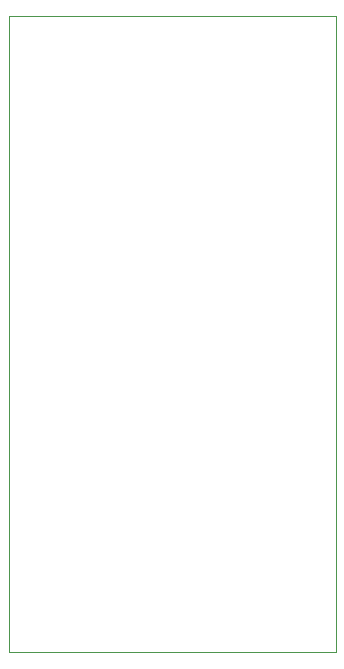
<source format=gbr>
%TF.GenerationSoftware,KiCad,Pcbnew,(6.0.2)*%
%TF.CreationDate,2022-05-15T19:04:19+02:00*%
%TF.ProjectId,unfancyRemote,756e6661-6e63-4795-9265-6d6f74652e6b,rev?*%
%TF.SameCoordinates,Original*%
%TF.FileFunction,Profile,NP*%
%FSLAX46Y46*%
G04 Gerber Fmt 4.6, Leading zero omitted, Abs format (unit mm)*
G04 Created by KiCad (PCBNEW (6.0.2)) date 2022-05-15 19:04:19*
%MOMM*%
%LPD*%
G01*
G04 APERTURE LIST*
%TA.AperFunction,Profile*%
%ADD10C,0.100000*%
%TD*%
G04 APERTURE END LIST*
D10*
X119380000Y-64262000D02*
X147066000Y-64262000D01*
X147066000Y-64262000D02*
X147066000Y-118110000D01*
X147066000Y-118110000D02*
X119380000Y-118110000D01*
X119380000Y-118110000D02*
X119380000Y-64262000D01*
M02*

</source>
